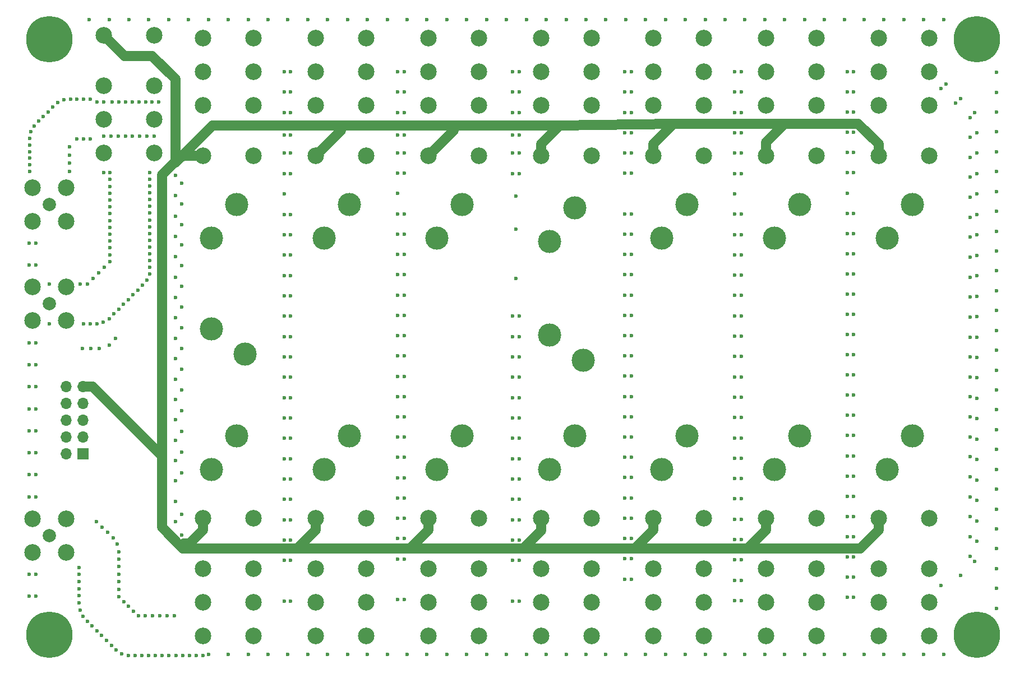
<source format=gbr>
%TF.GenerationSoftware,KiCad,Pcbnew,(5.1.5)-3*%
%TF.CreationDate,2020-05-10T11:21:28+02:00*%
%TF.ProjectId,LPF,4c50462e-6b69-4636-9164-5f7063625858,rev?*%
%TF.SameCoordinates,Original*%
%TF.FileFunction,Copper,L3,Inr*%
%TF.FilePolarity,Positive*%
%FSLAX46Y46*%
G04 Gerber Fmt 4.6, Leading zero omitted, Abs format (unit mm)*
G04 Created by KiCad (PCBNEW (5.1.5)-3) date 2020-05-10 11:21:28*
%MOMM*%
%LPD*%
G04 APERTURE LIST*
%ADD10C,2.500000*%
%ADD11R,1.700000X1.700000*%
%ADD12O,1.700000X1.700000*%
%ADD13C,3.500000*%
%ADD14C,2.499360*%
%ADD15C,1.998980*%
%ADD16C,7.000000*%
%ADD17C,0.600000*%
%ADD18C,1.500000*%
G04 APERTURE END LIST*
D10*
X79060000Y-43880000D03*
X71440000Y-43880000D03*
X79060000Y-51500000D03*
X71440000Y-51500000D03*
X79060000Y-56580000D03*
X71440000Y-56580000D03*
X79060000Y-61660000D03*
X71440000Y-61660000D03*
D11*
X68290000Y-107120000D03*
D12*
X65750000Y-107120000D03*
X68290000Y-104580000D03*
X65750000Y-104580000D03*
X68290000Y-102040000D03*
X65750000Y-102040000D03*
X68290000Y-99500000D03*
X65750000Y-99500000D03*
X68290000Y-96960000D03*
X65750000Y-96960000D03*
D13*
X138710000Y-75040000D03*
X142520000Y-69960000D03*
X91520000Y-69460000D03*
X87710000Y-74540000D03*
X193520000Y-69460000D03*
X189710000Y-74540000D03*
X172710000Y-74540000D03*
X176520000Y-69460000D03*
X155710000Y-74540000D03*
X159520000Y-69460000D03*
X125520000Y-69460000D03*
X121710000Y-74540000D03*
X104710000Y-74540000D03*
X108520000Y-69460000D03*
X87710000Y-88230000D03*
X92790000Y-92040000D03*
X138710000Y-89230000D03*
X143790000Y-93040000D03*
X193520000Y-104460000D03*
X189710000Y-109540000D03*
X172710000Y-109540000D03*
X176520000Y-104460000D03*
X159520000Y-104460000D03*
X155710000Y-109540000D03*
X121710000Y-109540000D03*
X125520000Y-104460000D03*
X104710000Y-109540000D03*
X108520000Y-104460000D03*
X87710000Y-109540000D03*
X91520000Y-104460000D03*
X142520000Y-104460000D03*
X138710000Y-109540000D03*
D14*
X65790000Y-81960000D03*
X60710000Y-81960000D03*
X60710000Y-87040000D03*
X65790000Y-87040000D03*
D15*
X63250000Y-84500000D03*
X63250000Y-119500000D03*
D14*
X65790000Y-122040000D03*
X60710000Y-122040000D03*
X60710000Y-116960000D03*
X65790000Y-116960000D03*
D15*
X63250000Y-69500000D03*
D14*
X65790000Y-72040000D03*
X60710000Y-72040000D03*
X60710000Y-66960000D03*
X65790000Y-66960000D03*
D10*
X188440000Y-62120000D03*
X196060000Y-62120000D03*
X188440000Y-54500000D03*
X196060000Y-54500000D03*
X188440000Y-49420000D03*
X196060000Y-49420000D03*
X188440000Y-44340000D03*
X196060000Y-44340000D03*
X179060000Y-44340000D03*
X171440000Y-44340000D03*
X179060000Y-49420000D03*
X171440000Y-49420000D03*
X179060000Y-54500000D03*
X171440000Y-54500000D03*
X179060000Y-62120000D03*
X171440000Y-62120000D03*
X154440000Y-62120000D03*
X162060000Y-62120000D03*
X154440000Y-54500000D03*
X162060000Y-54500000D03*
X154440000Y-49420000D03*
X162060000Y-49420000D03*
X154440000Y-44340000D03*
X162060000Y-44340000D03*
X145060000Y-44340000D03*
X137440000Y-44340000D03*
X145060000Y-49420000D03*
X137440000Y-49420000D03*
X145060000Y-54500000D03*
X137440000Y-54500000D03*
X145060000Y-62120000D03*
X137440000Y-62120000D03*
X128060000Y-44340000D03*
X120440000Y-44340000D03*
X128060000Y-49420000D03*
X120440000Y-49420000D03*
X128060000Y-54500000D03*
X120440000Y-54500000D03*
X128060000Y-62120000D03*
X120440000Y-62120000D03*
X103440000Y-62120000D03*
X111060000Y-62120000D03*
X103440000Y-54500000D03*
X111060000Y-54500000D03*
X103440000Y-49420000D03*
X111060000Y-49420000D03*
X103440000Y-44340000D03*
X111060000Y-44340000D03*
X94060000Y-44340000D03*
X86440000Y-44340000D03*
X94060000Y-49420000D03*
X86440000Y-49420000D03*
X94060000Y-54500000D03*
X86440000Y-54500000D03*
X94060000Y-62120000D03*
X86440000Y-62120000D03*
X196060000Y-116880000D03*
X188440000Y-116880000D03*
X196060000Y-124500000D03*
X188440000Y-124500000D03*
X196060000Y-129580000D03*
X188440000Y-129580000D03*
X196060000Y-134660000D03*
X188440000Y-134660000D03*
X171440000Y-134660000D03*
X179060000Y-134660000D03*
X171440000Y-129580000D03*
X179060000Y-129580000D03*
X171440000Y-124500000D03*
X179060000Y-124500000D03*
X171440000Y-116880000D03*
X179060000Y-116880000D03*
X162060000Y-116880000D03*
X154440000Y-116880000D03*
X162060000Y-124500000D03*
X154440000Y-124500000D03*
X162060000Y-129580000D03*
X154440000Y-129580000D03*
X162060000Y-134660000D03*
X154440000Y-134660000D03*
X137440000Y-134660000D03*
X145060000Y-134660000D03*
X137440000Y-129580000D03*
X145060000Y-129580000D03*
X137440000Y-124500000D03*
X145060000Y-124500000D03*
X137440000Y-116880000D03*
X145060000Y-116880000D03*
X120440000Y-134660000D03*
X128060000Y-134660000D03*
X120440000Y-129580000D03*
X128060000Y-129580000D03*
X120440000Y-124500000D03*
X128060000Y-124500000D03*
X120440000Y-116880000D03*
X128060000Y-116880000D03*
X111060000Y-116880000D03*
X103440000Y-116880000D03*
X111060000Y-124500000D03*
X103440000Y-124500000D03*
X111060000Y-129580000D03*
X103440000Y-129580000D03*
X111060000Y-134660000D03*
X103440000Y-134660000D03*
X94060000Y-116880000D03*
X86440000Y-116880000D03*
X94060000Y-124500000D03*
X86440000Y-124500000D03*
X94060000Y-129580000D03*
X86440000Y-129580000D03*
X94060000Y-134660000D03*
X86440000Y-134660000D03*
D16*
X63250000Y-44500000D03*
X203250000Y-44500000D03*
X203250000Y-134500000D03*
X63250000Y-134500000D03*
D17*
X60210000Y-75346666D03*
X60210000Y-78653333D03*
X61210000Y-78653333D03*
X61210000Y-75346666D03*
X60210000Y-125346666D03*
X60210000Y-128653333D03*
X61210000Y-128653333D03*
X61210000Y-125346666D03*
X60210000Y-90364444D03*
X60210000Y-93688888D03*
X60210000Y-97013333D03*
X60210000Y-100337777D03*
X60210000Y-103662222D03*
X60210000Y-106986666D03*
X60210000Y-110311111D03*
X60210000Y-113635555D03*
X61210000Y-113635555D03*
X61210000Y-110311111D03*
X61210000Y-106986666D03*
X61210000Y-103662222D03*
X61210000Y-100337777D03*
X61210000Y-97013333D03*
X61210000Y-93688888D03*
X61210000Y-90364444D03*
X133170000Y-52496923D03*
X133170000Y-55573846D03*
X133170000Y-59000000D03*
X133170000Y-61727692D03*
X133170000Y-64804615D03*
X133170000Y-86343076D03*
X133170000Y-89420000D03*
X133170000Y-92496923D03*
X133170000Y-95573846D03*
X133170000Y-98650769D03*
X133170000Y-101727692D03*
X133170000Y-104804615D03*
X133170000Y-107881538D03*
X133170000Y-110958461D03*
X133170000Y-114035384D03*
X133170000Y-117112307D03*
X133170000Y-120189230D03*
X133170000Y-123266153D03*
X133170000Y-49420000D03*
X133170000Y-129420000D03*
X134170000Y-123266153D03*
X134170000Y-120189230D03*
X134170000Y-117112307D03*
X134170000Y-114035384D03*
X134170000Y-110958461D03*
X134170000Y-107881538D03*
X134170000Y-104804615D03*
X134170000Y-101727692D03*
X134170000Y-98650769D03*
X134170000Y-95573846D03*
X134170000Y-92496923D03*
X134170000Y-89420000D03*
X134170000Y-86343076D03*
X134170000Y-64804615D03*
X134170000Y-61727692D03*
X134170000Y-59000000D03*
X134170000Y-55573846D03*
X134170000Y-52496923D03*
X134170000Y-129420000D03*
X134170000Y-49420000D03*
X82250000Y-65055995D03*
X82250000Y-68135871D03*
X82250000Y-71215746D03*
X82250000Y-74295622D03*
X82250000Y-77375497D03*
X82250000Y-80455373D03*
X82250000Y-83535248D03*
X82250000Y-86615124D03*
X82250000Y-89695000D03*
X82250000Y-92774875D03*
X82250000Y-95854751D03*
X82250000Y-98934626D03*
X82250000Y-102014502D03*
X82250000Y-105094377D03*
X82250000Y-108174253D03*
X82250000Y-111254128D03*
X82250000Y-114334004D03*
X82250000Y-117413879D03*
X83250000Y-119424129D03*
X83250000Y-116294747D03*
X83250000Y-110035983D03*
X83250000Y-106906601D03*
X83250000Y-103777219D03*
X83250000Y-100647837D03*
X83250000Y-97518455D03*
X83250000Y-94389073D03*
X83250000Y-91259691D03*
X83250000Y-88130308D03*
X83250000Y-85000926D03*
X83250000Y-81871544D03*
X83250000Y-78742162D03*
X83250000Y-75612780D03*
X83250000Y-72483398D03*
X83250000Y-69354016D03*
X83250000Y-66224634D03*
X200781836Y-125565270D03*
X202965977Y-123381129D03*
X203250000Y-120388419D03*
X203250000Y-117299577D03*
X203250000Y-114210735D03*
X203250000Y-111121893D03*
X203250000Y-108033051D03*
X203250000Y-104944209D03*
X203250000Y-101855367D03*
X203250000Y-98766525D03*
X203250000Y-95677683D03*
X203250000Y-92588841D03*
X203250000Y-89499999D03*
X203250000Y-86411157D03*
X203250000Y-83322316D03*
X203250000Y-80233474D03*
X203250000Y-77144632D03*
X203250000Y-74055790D03*
X203250000Y-70966948D03*
X203250000Y-67878106D03*
X203250000Y-64789264D03*
X203250000Y-61700422D03*
X203250000Y-58611580D03*
X202965977Y-55618870D03*
X200781836Y-53434729D03*
X198597695Y-51250588D03*
X197887632Y-51954737D03*
X200068816Y-54135921D03*
X202250000Y-59333732D03*
X202250000Y-62350359D03*
X202250000Y-65366986D03*
X202250000Y-68383612D03*
X202250000Y-71400239D03*
X202250000Y-74416866D03*
X202250000Y-77433493D03*
X202250000Y-80450119D03*
X202250000Y-83466746D03*
X202250000Y-86483373D03*
X202250000Y-89500000D03*
X202250000Y-92516626D03*
X202250000Y-95533253D03*
X202250000Y-98549880D03*
X202250000Y-101566506D03*
X202250000Y-104583133D03*
X202250000Y-107599760D03*
X202250000Y-110616387D03*
X202250000Y-113633013D03*
X202250000Y-116649640D03*
X202250000Y-119666267D03*
X197887632Y-127045262D03*
X202250000Y-56317106D03*
X202250000Y-122682894D03*
X183670000Y-52474230D03*
X183670000Y-55528461D03*
X183670000Y-58582692D03*
X183670000Y-61636923D03*
X183670000Y-64691153D03*
X183670000Y-67745384D03*
X183670000Y-70799615D03*
X183670000Y-73853846D03*
X183670000Y-76908076D03*
X183670000Y-79962307D03*
X183670000Y-83016538D03*
X183670000Y-86070769D03*
X183670000Y-89125000D03*
X183670000Y-92179230D03*
X183670000Y-95233461D03*
X183670000Y-98287692D03*
X183670000Y-101341923D03*
X183670000Y-104396153D03*
X183670000Y-107450384D03*
X183670000Y-110504615D03*
X183670000Y-113558846D03*
X183670000Y-116613076D03*
X183670000Y-119667307D03*
X183670000Y-122721538D03*
X183670000Y-125775769D03*
X183670000Y-49420000D03*
X183670000Y-128830000D03*
X184670000Y-125775769D03*
X184670000Y-122721538D03*
X184670000Y-119667307D03*
X184670000Y-116613076D03*
X184670000Y-113558846D03*
X184670000Y-110504615D03*
X184670000Y-107450384D03*
X184670000Y-104396153D03*
X184670000Y-101341923D03*
X184670000Y-98287692D03*
X184670000Y-95233461D03*
X184670000Y-92179230D03*
X184670000Y-89125000D03*
X184670000Y-86070769D03*
X184670000Y-83016538D03*
X184670000Y-79962307D03*
X184670000Y-76908076D03*
X184670000Y-73853846D03*
X184670000Y-70799615D03*
X184670000Y-64691153D03*
X184670000Y-61636923D03*
X184670000Y-58582692D03*
X184670000Y-55528461D03*
X184670000Y-52474230D03*
X184670000Y-128830000D03*
X184670000Y-49420000D03*
X166670000Y-52493461D03*
X166670000Y-55566923D03*
X166670000Y-58640384D03*
X166670000Y-61713846D03*
X166670000Y-64787307D03*
X166670000Y-67860769D03*
X166670000Y-70934230D03*
X166670000Y-74007692D03*
X166670000Y-77081153D03*
X166670000Y-80154615D03*
X166670000Y-83228076D03*
X166670000Y-86301538D03*
X166670000Y-89375000D03*
X166670000Y-92448461D03*
X166670000Y-95521923D03*
X166670000Y-98595384D03*
X166670000Y-101668846D03*
X166670000Y-104742307D03*
X166670000Y-107815769D03*
X166670000Y-110889230D03*
X166670000Y-113962692D03*
X166670000Y-117036153D03*
X166670000Y-120109615D03*
X166670000Y-123183076D03*
X166670000Y-126256538D03*
X166670000Y-49420000D03*
X166670000Y-129330000D03*
X167670000Y-126256538D03*
X167670000Y-123183076D03*
X167670000Y-120109615D03*
X167670000Y-117036153D03*
X167670000Y-113962692D03*
X167670000Y-110889230D03*
X167670000Y-107815769D03*
X167670000Y-104742307D03*
X167670000Y-101668846D03*
X167670000Y-98595384D03*
X167670000Y-95521923D03*
X167670000Y-92448461D03*
X167670000Y-89375000D03*
X167670000Y-86301538D03*
X167670000Y-83228076D03*
X167670000Y-80154615D03*
X167670000Y-77081153D03*
X167670000Y-74007692D03*
X167670000Y-70934230D03*
X167670000Y-64787307D03*
X167670000Y-61713846D03*
X167670000Y-58640384D03*
X167670000Y-55566923D03*
X167670000Y-52493461D03*
X167670000Y-129330000D03*
X167670000Y-49420000D03*
X150080000Y-52486400D03*
X150080000Y-55552800D03*
X150080000Y-58619200D03*
X150080000Y-61685600D03*
X150080000Y-64752000D03*
X150080000Y-70884800D03*
X150080000Y-73951200D03*
X150080000Y-77017600D03*
X150080000Y-80084000D03*
X150080000Y-83150400D03*
X150080000Y-86216800D03*
X150080000Y-89283200D03*
X150080000Y-92349600D03*
X150080000Y-95416000D03*
X150080000Y-98482400D03*
X150080000Y-101548800D03*
X150080000Y-104615200D03*
X150080000Y-107681600D03*
X150080000Y-110748000D03*
X150080000Y-113814400D03*
X150080000Y-116880800D03*
X150080000Y-119947200D03*
X150080000Y-123013600D03*
X150080000Y-49420000D03*
X150080000Y-126080000D03*
X151080000Y-123013600D03*
X151080000Y-119947200D03*
X151080000Y-116880800D03*
X151080000Y-113814400D03*
X151080000Y-110748000D03*
X151080000Y-107681600D03*
X151080000Y-104615200D03*
X151080000Y-101548800D03*
X151080000Y-98482400D03*
X151080000Y-95416000D03*
X151080000Y-92349600D03*
X151080000Y-89283200D03*
X151080000Y-86216800D03*
X151080000Y-83150400D03*
X151080000Y-80084000D03*
X151080000Y-77017600D03*
X151080000Y-73951200D03*
X151080000Y-70884800D03*
X151080000Y-64752000D03*
X151080000Y-61685600D03*
X151080000Y-58619200D03*
X151080000Y-55552800D03*
X151080000Y-52486400D03*
X151080000Y-126080000D03*
X151080000Y-49420000D03*
X98670000Y-52496923D03*
X98670000Y-55573846D03*
X98670000Y-59000000D03*
X98670000Y-61727692D03*
X98670000Y-64804615D03*
X98670000Y-67881538D03*
X98670000Y-70958461D03*
X98670000Y-74035384D03*
X98670000Y-77112307D03*
X98670000Y-80189230D03*
X98670000Y-83266153D03*
X98670000Y-86343076D03*
X98670000Y-89420000D03*
X98670000Y-92496923D03*
X98670000Y-95573846D03*
X98670000Y-98650769D03*
X98670000Y-101727692D03*
X98670000Y-104804615D03*
X98670000Y-107881538D03*
X98670000Y-110958461D03*
X98670000Y-114035384D03*
X98670000Y-117112307D03*
X98670000Y-120189230D03*
X98670000Y-123266153D03*
X98670000Y-49420000D03*
X98670000Y-129420000D03*
X99670000Y-123266153D03*
X99670000Y-120189230D03*
X99670000Y-117112307D03*
X99670000Y-114035384D03*
X99670000Y-110958461D03*
X99670000Y-107881538D03*
X99670000Y-104804615D03*
X99670000Y-101727692D03*
X99670000Y-98650769D03*
X99670000Y-95573846D03*
X99670000Y-92496923D03*
X99670000Y-89420000D03*
X99670000Y-86343076D03*
X99670000Y-83266153D03*
X99670000Y-80189230D03*
X99670000Y-77112307D03*
X99670000Y-74035384D03*
X99670000Y-70958461D03*
X99670000Y-64804615D03*
X99670000Y-61727692D03*
X99670000Y-59000000D03*
X99670000Y-55573846D03*
X99670000Y-52496923D03*
X99670000Y-129420000D03*
X99670000Y-49420000D03*
X115830000Y-52487307D03*
X115830000Y-55554615D03*
X115830000Y-59000000D03*
X115830000Y-61689230D03*
X115830000Y-64756538D03*
X115830000Y-67823846D03*
X115830000Y-70891153D03*
X115830000Y-73958461D03*
X115830000Y-77025769D03*
X115830000Y-80093076D03*
X115830000Y-83160384D03*
X115830000Y-86227692D03*
X115830000Y-89295000D03*
X115830000Y-92362307D03*
X115830000Y-95429615D03*
X115830000Y-98496923D03*
X115830000Y-101564230D03*
X115830000Y-104631538D03*
X115830000Y-107698846D03*
X115830000Y-110766153D03*
X115830000Y-113833461D03*
X115830000Y-116900769D03*
X115830000Y-119968076D03*
X115830000Y-123035384D03*
X115830000Y-49420000D03*
X115830000Y-129170000D03*
X116830000Y-123035384D03*
X116830000Y-119968076D03*
X116830000Y-116900769D03*
X116830000Y-113833461D03*
X116830000Y-110766153D03*
X116830000Y-107698846D03*
X116830000Y-104631538D03*
X116830000Y-101564230D03*
X116830000Y-98496923D03*
X116830000Y-95429615D03*
X116830000Y-92362307D03*
X116830000Y-89295000D03*
X116830000Y-86227692D03*
X116830000Y-83160384D03*
X116830000Y-80093076D03*
X116830000Y-77025769D03*
X116830000Y-73958461D03*
X116830000Y-70891153D03*
X116830000Y-64756538D03*
X116830000Y-61689230D03*
X116830000Y-59000000D03*
X116830000Y-55554615D03*
X116830000Y-52487307D03*
X116830000Y-129170000D03*
X116830000Y-49420000D03*
X67750000Y-124316331D03*
X67750000Y-125390023D03*
X67750000Y-126463715D03*
X67750000Y-127537407D03*
X67750000Y-128611099D03*
X67750000Y-129684791D03*
X68266017Y-131682209D03*
X68951807Y-132444446D03*
X69678246Y-133170885D03*
X70404685Y-133897324D03*
X71131124Y-134623763D03*
X71857564Y-135350203D03*
X72584003Y-136076642D03*
X73310553Y-136802969D03*
X74152049Y-137383519D03*
X75139628Y-137647791D03*
X76166601Y-137660000D03*
X77193941Y-137660000D03*
X78221281Y-137660000D03*
X79248621Y-137660000D03*
X80275961Y-137660000D03*
X81303301Y-137660000D03*
X82330641Y-137660000D03*
X83357981Y-137660000D03*
X84385321Y-137660000D03*
X85412661Y-137660000D03*
X67845373Y-130750428D03*
X86440000Y-137660000D03*
X82090063Y-131660000D03*
X81002578Y-131660000D03*
X79915094Y-131660000D03*
X78827609Y-131660000D03*
X77740125Y-131660000D03*
X75926980Y-130934340D03*
X75201320Y-130208680D03*
X74475660Y-129483020D03*
X73750000Y-127619735D03*
X73750000Y-126482111D03*
X73750000Y-125344487D03*
X73750000Y-124206863D03*
X73750000Y-123069239D03*
X73500149Y-120801382D03*
X72841962Y-119849321D03*
X72018415Y-119025774D03*
X71194868Y-118202227D03*
X76652640Y-131660000D03*
X73750000Y-128757360D03*
X73749221Y-121931621D03*
X70371320Y-117378680D03*
X66250000Y-63247546D03*
X66250000Y-61995093D03*
X68419480Y-59580000D03*
X69426320Y-59580000D03*
X66250000Y-64500000D03*
X66250000Y-60742640D03*
X67412640Y-59580000D03*
X70434111Y-54000000D03*
X69428222Y-53580000D03*
X68422333Y-53580000D03*
X67416444Y-53580000D03*
X66410555Y-53580000D03*
X65412941Y-53677094D03*
X64499901Y-54087858D03*
X63751046Y-54756314D03*
X63039775Y-55467585D03*
X62328504Y-56178856D03*
X61617233Y-56890127D03*
X60918052Y-57612669D03*
X60426887Y-58485095D03*
X60250145Y-59470554D03*
X60250000Y-60476443D03*
X60250000Y-61482332D03*
X60250000Y-62488221D03*
X60250000Y-63494110D03*
X71440000Y-54000000D03*
X60250000Y-64500000D03*
X68354505Y-87500000D03*
X69375406Y-87500000D03*
X70396249Y-87496433D03*
X71387982Y-87275787D03*
X72249199Y-86736784D03*
X72974352Y-86018288D03*
X73696238Y-85296402D03*
X74418124Y-84574516D03*
X75140010Y-83852630D03*
X75861896Y-83130744D03*
X76583782Y-82408858D03*
X77305668Y-81686972D03*
X77965264Y-80911824D03*
X78343359Y-79968816D03*
X78410000Y-78952613D03*
X78410000Y-77931712D03*
X78410000Y-76910811D03*
X78410000Y-75889910D03*
X78410000Y-74869009D03*
X78410000Y-73848108D03*
X78410000Y-72827207D03*
X78410000Y-71806306D03*
X78410000Y-70785405D03*
X78410000Y-69764504D03*
X78410000Y-68743603D03*
X78410000Y-67722702D03*
X78410000Y-66701801D03*
X78410000Y-65680900D03*
X63250000Y-87500000D03*
X78410000Y-64660000D03*
X77971429Y-59160000D03*
X76882858Y-59160000D03*
X75794286Y-59160000D03*
X74705715Y-59160000D03*
X73617143Y-59160000D03*
X72528572Y-59160000D03*
X79060000Y-59160000D03*
X71440000Y-59160000D03*
X72410000Y-65693643D03*
X72410000Y-66727286D03*
X72410000Y-67760929D03*
X72410000Y-68794572D03*
X72410000Y-69828215D03*
X72410000Y-70861858D03*
X72410000Y-71895501D03*
X72410000Y-72929144D03*
X72410000Y-73962787D03*
X72410000Y-74996430D03*
X72410000Y-76030073D03*
X72410000Y-77063716D03*
X71559340Y-78948020D03*
X70708680Y-79798680D03*
X69858020Y-80649340D03*
X67855888Y-81500000D03*
X71440000Y-64660000D03*
X72410000Y-64660000D03*
X72410000Y-78097360D03*
X69007360Y-81500000D03*
X63250000Y-81500000D03*
X72750000Y-54000000D03*
X73750000Y-54000000D03*
X74750000Y-54000000D03*
X75750000Y-54000000D03*
X76750000Y-54000000D03*
X77750000Y-54000000D03*
X77750000Y-54000000D03*
X78750000Y-54000000D03*
X79750000Y-54000000D03*
X198250000Y-137500000D03*
X195250000Y-137500000D03*
X192250000Y-137500000D03*
X189250000Y-137500000D03*
X186250000Y-137500000D03*
X183250000Y-137500000D03*
X180250000Y-137500000D03*
X177250000Y-137500000D03*
X174250000Y-137500000D03*
X171250000Y-137500000D03*
X168250000Y-137500000D03*
X165250000Y-137500000D03*
X162250000Y-137500000D03*
X159250000Y-137500000D03*
X156250000Y-137500000D03*
X153250000Y-137500000D03*
X150250000Y-137500000D03*
X147250000Y-137500000D03*
X144250000Y-137500000D03*
X141250000Y-137500000D03*
X138250000Y-137500000D03*
X135250000Y-137500000D03*
X132250000Y-137500000D03*
X129250000Y-137500000D03*
X126250000Y-137500000D03*
X123250000Y-137500000D03*
X120250000Y-137500000D03*
X117250000Y-137500000D03*
X114250000Y-137500000D03*
X111250000Y-137500000D03*
X108250000Y-137500000D03*
X105250000Y-137500000D03*
X102250000Y-137500000D03*
X99250000Y-137500000D03*
X96250000Y-137500000D03*
X93250000Y-137500000D03*
X90250000Y-137500000D03*
X87250000Y-137500000D03*
X198250000Y-41500000D03*
X195250000Y-41500000D03*
X192250000Y-41500000D03*
X189250000Y-41500000D03*
X186250000Y-41500000D03*
X183250000Y-41500000D03*
X180250000Y-41500000D03*
X177250000Y-41500000D03*
X174250000Y-41500000D03*
X171250000Y-41500000D03*
X168250000Y-41500000D03*
X165250000Y-41500000D03*
X162250000Y-41500000D03*
X159250000Y-41500000D03*
X156250000Y-41500000D03*
X153250000Y-41500000D03*
X150250000Y-41500000D03*
X147250000Y-41500000D03*
X144250000Y-41500000D03*
X141250000Y-41500000D03*
X138250000Y-41500000D03*
X135250000Y-41500000D03*
X132250000Y-41500000D03*
X129250000Y-41500000D03*
X126250000Y-41500000D03*
X123250000Y-41500000D03*
X120250000Y-41500000D03*
X117250000Y-41500000D03*
X114250000Y-41500000D03*
X111250000Y-41500000D03*
X108250000Y-41500000D03*
X105250000Y-41500000D03*
X102250000Y-41500000D03*
X99250000Y-41500000D03*
X96250000Y-41500000D03*
X93250000Y-41500000D03*
X90250000Y-41500000D03*
X87250000Y-41500000D03*
X84250000Y-41500000D03*
X81250000Y-41500000D03*
X78250000Y-41500000D03*
X75250000Y-41500000D03*
X72250000Y-41500000D03*
X69250000Y-41500000D03*
X206250000Y-49500000D03*
X206250000Y-52500000D03*
X206250000Y-55500000D03*
X206250000Y-58500000D03*
X206250000Y-61500000D03*
X206250000Y-64500000D03*
X206250000Y-67500000D03*
X206250000Y-70500000D03*
X206250000Y-73500000D03*
X206250000Y-76500000D03*
X206250000Y-79500000D03*
X206250000Y-82500000D03*
X206250000Y-85500000D03*
X206250000Y-88500000D03*
X206250000Y-91500000D03*
X206250000Y-94500000D03*
X206250000Y-97500000D03*
X206250000Y-100500000D03*
X206250000Y-103500000D03*
X206250000Y-106500000D03*
X206250000Y-109500000D03*
X206250000Y-112500000D03*
X206250000Y-115500000D03*
X206250000Y-118500000D03*
X206250000Y-121500000D03*
X206250000Y-124500000D03*
X206250000Y-127500000D03*
X206250000Y-130500000D03*
X133670000Y-80670000D03*
X133670000Y-73170000D03*
X133670000Y-73170000D03*
X133670000Y-68230000D03*
X73250000Y-89750000D03*
X72250000Y-90750000D03*
X70750000Y-91250000D03*
X69500000Y-91250000D03*
X68250000Y-91250000D03*
D18*
X86440000Y-118647766D02*
X86440000Y-116880000D01*
X83575870Y-120674130D02*
X84413636Y-120674130D01*
X84413636Y-120674130D02*
X86440000Y-118647766D01*
X83225869Y-121024131D02*
X83575870Y-120674130D01*
X83225869Y-121250000D02*
X83225869Y-121024131D01*
X103440000Y-118647766D02*
X103440000Y-116880000D01*
X100648535Y-121439231D02*
X103440000Y-118647766D01*
X120440000Y-118647766D02*
X120440000Y-116880000D01*
X117648535Y-121439231D02*
X120440000Y-118647766D01*
X100648535Y-121439231D02*
X117648535Y-121439231D01*
X134770001Y-121439231D02*
X137440000Y-118769232D01*
X137440000Y-118647766D02*
X137440000Y-116880000D01*
X137440000Y-118769232D02*
X137440000Y-118647766D01*
X151648535Y-121439231D02*
X154440000Y-118647766D01*
X154440000Y-118647766D02*
X154440000Y-116880000D01*
X117648535Y-121439231D02*
X133939231Y-121439231D01*
X133939231Y-121439231D02*
X134770001Y-121439231D01*
X171440000Y-118647766D02*
X171440000Y-116880000D01*
X168648535Y-121439231D02*
X171440000Y-118647766D01*
X150310769Y-121439231D02*
X168648535Y-121439231D01*
X133939231Y-121439231D02*
X150310769Y-121439231D01*
X150310769Y-121439231D02*
X151648535Y-121439231D01*
X188440000Y-118647766D02*
X188440000Y-116880000D01*
X185648535Y-121439231D02*
X188440000Y-118647766D01*
X168648535Y-121439231D02*
X185648535Y-121439231D01*
X98069999Y-121439231D02*
X100648535Y-121439231D01*
X83225869Y-121250000D02*
X83415100Y-121439231D01*
X83415100Y-121439231D02*
X98069999Y-121439231D01*
X83130000Y-62120000D02*
X86440000Y-62120000D01*
X188440000Y-60352234D02*
X185337766Y-57250000D01*
X188440000Y-62120000D02*
X188440000Y-60352234D01*
X171440000Y-60060000D02*
X174250000Y-57250000D01*
X185337766Y-57250000D02*
X174250000Y-57250000D01*
X171440000Y-62120000D02*
X171440000Y-60060000D01*
X157500000Y-57292234D02*
X157500000Y-57250000D01*
X154440000Y-60352234D02*
X157500000Y-57292234D01*
X154440000Y-62120000D02*
X154440000Y-60352234D01*
X174250000Y-57250000D02*
X157500000Y-57250000D01*
X137440000Y-60310000D02*
X140250000Y-57500000D01*
X137440000Y-62120000D02*
X137440000Y-60310000D01*
X157500000Y-57250000D02*
X140250000Y-57500000D01*
X124250000Y-58310000D02*
X124250000Y-57500000D01*
X120440000Y-62120000D02*
X124250000Y-58310000D01*
X140250000Y-57500000D02*
X124250000Y-57500000D01*
X107250000Y-58310000D02*
X107250000Y-57500000D01*
X103440000Y-62120000D02*
X107250000Y-58310000D01*
X124250000Y-57500000D02*
X107250000Y-57500000D01*
X107250000Y-57500000D02*
X90250000Y-57500000D01*
X80250000Y-65000000D02*
X83130000Y-62120000D01*
X80250000Y-107500000D02*
X80250000Y-65000000D01*
X68290000Y-96960000D02*
X69710000Y-96960000D01*
X69710000Y-96960000D02*
X80250000Y-107500000D01*
X80250000Y-118274131D02*
X83225869Y-121250000D01*
X80250000Y-107500000D02*
X80250000Y-118274131D01*
X87875000Y-57500000D02*
X90250000Y-57500000D01*
X74560000Y-47000000D02*
X78750000Y-47000000D01*
X71440000Y-43880000D02*
X74560000Y-47000000D01*
X78750000Y-47000000D02*
X82250000Y-50500000D01*
X82250000Y-50500000D02*
X82250000Y-63125000D01*
X82250000Y-63125000D02*
X87875000Y-57500000D01*
X83130000Y-62130000D02*
X83130000Y-62120000D01*
X83250000Y-62250000D02*
X83130000Y-62130000D01*
M02*

</source>
